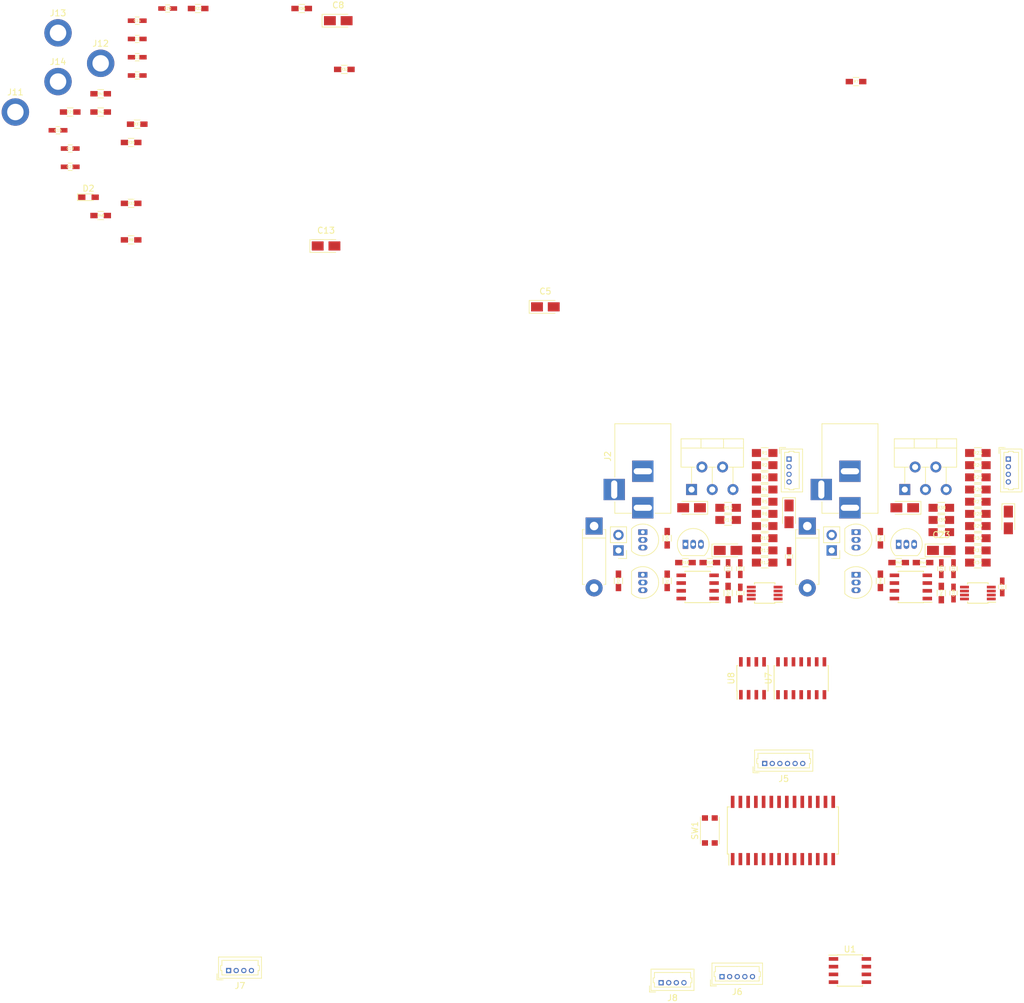
<source format=kicad_pcb>
(kicad_pcb (version 4) (host pcbnew 4.0.7-e2-6376~58~ubuntu16.04.1)
  (layers (0 F.Cu signal) (31 B.Cu signal) (34 B.Paste user) (35 F.Paste user) (36 B.SilkS user) (37 F.SilkS user) (38 B.Mask user) (39 F.Mask user) (44 Edge.Cuts user))
  (net 0 "")
  (net 1 +3V3)
  (net 2 GND)
  (net 3 +12V)
  (net 4 "Net-(C5-Pad1)")
  (net 5 "Net-(C7-Pad2)")
  (net 6 "Net-(C8-Pad1)")
  (net 7 "Net-(C10-Pad1)")
  (net 8 "Net-(C11-Pad1)")
  (net 9 "Net-(C12-Pad1)")
  (net 10 "Net-(C13-Pad1)")
  (net 11 +5V)
  (net 12 "Net-(C18-Pad2)")
  (net 13 /BTN_Rot1)
  (net 14 /BTN_Rot2)
  (net 15 "Net-(C23-Pad1)")
  (net 16 "Net-(C24-Pad1)")
  (net 17 "Net-(C25-Pad1)")
  (net 18 "Net-(D2-Pad2)")
  (net 19 /5V_Clip)
  (net 20 /SPI_CS_LCD)
  (net 21 /SPI_SDI)
  (net 22 /SPI_SCK)
  (net 23 /SPI_SDO)
  (net 24 /BTN_Btn)
  (net 25 "Net-(J6-Pad3)")
  (net 26 "Net-(J6-Pad5)")
  (net 27 "Net-(J8-Pad1)")
  (net 28 "Net-(J8-Pad3)")
  (net 29 /3V_Clip)
  (net 30 "Net-(J11-Pad1)")
  (net 31 "Net-(J12-Pad1)")
  (net 32 "Net-(J13-Pad1)")
  (net 33 "Net-(J14-Pad1)")
  (net 34 "Net-(Q1-Pad2)")
  (net 35 "Net-(Q1-Pad3)")
  (net 36 "Net-(Q2-Pad2)")
  (net 37 "Net-(Q3-Pad2)")
  (net 38 "Net-(Q3-Pad3)")
  (net 39 "Net-(Q4-Pad2)")
  (net 40 "Net-(R7-Pad2)")
  (net 41 "Net-(R8-Pad1)")
  (net 42 "Net-(R15-Pad1)")
  (net 43 "Net-(R17-Pad2)")
  (net 44 "Net-(R20-Pad1)")
  (net 45 "Net-(R21-Pad1)")
  (net 46 /Vref_DAC)
  (net 47 /LED2)
  (net 48 /LED1)
  (net 49 "Net-(R43-Pad1)")
  (net 50 "Net-(R45-Pad1)")
  (net 51 "Net-(R48-Pad1)")
  (net 52 "Net-(U1-Pad2)")
  (net 53 "Net-(U2-Pad3)")
  (net 54 "Net-(U2-Pad6)")
  (net 55 "Net-(U2-Pad7)")
  (net 56 "Net-(U3-Pad1)")
  (net 57 /5V_ISense)
  (net 58 /5V_ISet)
  (net 59 "Net-(U7-Pad2)")
  (net 60 /SPI_CS_DAC)
  (net 61 "Net-(U7-Pad6)")
  (net 62 "Net-(U7-Pad7)")
  (net 63 /3V_ISet)
  (net 64 "Net-(U8-Pad2)")
  (net 65 "Net-(U9-Pad3)")
  (net 66 "Net-(U9-Pad6)")
  (net 67 "Net-(U9-Pad7)")
  (net 68 "Net-(U10-Pad1)")
  (net 69 /3V_ISense)
  (net 70 /PGM_PGEC)
  (net 71 /PGM_PGED)
  (net 72 /SER_RX)
  (net 73 /SER_TX)
  (net 74 /I2C_SCL)
  (net 75 /I2C_SDA)
  (module Capacitors_SMD:C_0603_HandSoldering (layer F.Cu) (at 51 33)
    (fp_text reference C1 (at 0 0) (layer F.SilkS) (effects (font (size 0.4 0.4) (thickness 0.075))))
    (fp_text value 10n hide)
    (pad 1 smd rect (at -0.95 0) (size 1.2 0.75) (layers F.Cu F.Paste F.Mask) (net 1 +3V3))
    (pad 2 smd rect (at 0.95 0) (size 1.2 0.75) (layers F.Cu F.Paste F.Mask) (net 2 GND))
  )
  (module Capacitors_SMD:C_0603_HandSoldering (layer F.Cu) (at 51 30)
    (fp_text reference C2 (at 0 0) (layer F.SilkS) (effects (font (size 0.4 0.4) (thickness 0.075))))
    (fp_text value 1µ hide)
    (pad 1 smd rect (at -0.95 0) (size 1.2 0.75) (layers F.Cu F.Paste F.Mask) (net 1 +3V3))
    (pad 2 smd rect (at 0.95 0) (size 1.2 0.75) (layers F.Cu F.Paste F.Mask) (net 2 GND))
  )
  (module Capacitors_SMD:C_0603_HandSoldering (layer F.Cu) (at 51 27)
    (fp_text reference C3 (at 0 0) (layer F.SilkS) (effects (font (size 0.4 0.4) (thickness 0.075))))
    (fp_text value 10n hide)
    (pad 1 smd rect (at -0.95 0) (size 1.2 0.75) (layers F.Cu F.Paste F.Mask) (net 1 +3V3))
    (pad 2 smd rect (at 0.95 0) (size 1.2 0.75) (layers F.Cu F.Paste F.Mask) (net 2 GND))
  )
  (module Capacitors_Tantalum_SMD:CP_Tantalum_Case-A_EIA-3216-18_Reflow (layer F.Cu) (at 158 105 270)
    (fp_text reference C4 hide)
    (fp_text value 10µ hide)
    (pad 1 smd rect (at -1.375 0 270) (size 1.95 1.5) (layers F.Cu F.Paste F.Mask) (net 3 +12V))
    (pad 2 smd rect (at 1.375 0 270) (size 1.95 1.5) (layers F.Cu F.Paste F.Mask) (net 2 GND))
  )
  (module Capacitors_Tantalum_SMD:CP_Tantalum_Case-A_EIA-3216-18_Reflow (layer F.Cu) (at 118 71)
    (fp_text reference C5 (at 0 -2.55) (layer F.SilkS))
    (fp_text value 2.2µ)
    (pad 1 smd rect (at -1.375 0) (size 1.95 1.5) (layers F.Cu F.Paste F.Mask) (net 4 "Net-(C5-Pad1)"))
    (pad 2 smd rect (at 1.375 0) (size 1.95 1.5) (layers F.Cu F.Paste F.Mask) (net 2 GND))
  )
  (module Capacitors_SMD:C_0603_HandSoldering (layer F.Cu) (at 158 112 270)
    (fp_text reference C6 (at 0 0 270) (layer F.SilkS) (effects (font (size 0.4 0.4) (thickness 0.075))))
    (fp_text value 10n hide)
    (pad 1 smd rect (at -0.95 0 270) (size 1.2 0.75) (layers F.Cu F.Paste F.Mask) (net 2 GND))
    (pad 2 smd rect (at 0.95 0 270) (size 1.2 0.75) (layers F.Cu F.Paste F.Mask) (net 3 +12V))
  )
  (module Capacitors_SMD:C_0603_HandSoldering (layer F.Cu) (at 150 118 270)
    (fp_text reference C7 (at 0 0 270) (layer F.SilkS) (effects (font (size 0.4 0.4) (thickness 0.075))))
    (fp_text value 10n hide)
    (pad 1 smd rect (at -0.95 0 270) (size 1.2 0.75) (layers F.Cu F.Paste F.Mask) (net 2 GND))
    (pad 2 smd rect (at 0.95 0 270) (size 1.2 0.75) (layers F.Cu F.Paste F.Mask) (net 5 "Net-(C7-Pad2)"))
  )
  (module Capacitors_Tantalum_SMD:CP_Tantalum_Case-A_EIA-3216-18_Reflow (layer F.Cu) (at 84 24)
    (fp_text reference C8 (at 0 -2.55) (layer F.SilkS))
    (fp_text value 10µ)
    (pad 1 smd rect (at -1.375 0) (size 1.95 1.5) (layers F.Cu F.Paste F.Mask) (net 6 "Net-(C8-Pad1)"))
    (pad 2 smd rect (at 1.375 0) (size 1.95 1.5) (layers F.Cu F.Paste F.Mask) (net 2 GND))
  )
  (module Capacitors_SMD:C_0603_HandSoldering (layer F.Cu) (at 150 114 270)
    (fp_text reference C9 (at 0 0 270) (layer F.SilkS) (effects (font (size 0.4 0.4) (thickness 0.075))))
    (fp_text value 100n hide)
    (pad 1 smd rect (at -0.95 0 270) (size 1.2 0.75) (layers F.Cu F.Paste F.Mask) (net 2 GND))
    (pad 2 smd rect (at 0.95 0 270) (size 1.2 0.75) (layers F.Cu F.Paste F.Mask) (net 3 +12V))
  )
  (module Capacitors_Tantalum_SMD:CP_Tantalum_Case-A_EIA-3216-18_Reflow (layer F.Cu) (at 148 111)
    (fp_text reference C10 hide)
    (fp_text value 10µ)
    (pad 1 smd rect (at -1.375 0) (size 1.95 1.5) (layers F.Cu F.Paste F.Mask) (net 7 "Net-(C10-Pad1)"))
    (pad 2 smd rect (at 1.375 0) (size 1.95 1.5) (layers F.Cu F.Paste F.Mask) (net 2 GND))
  )
  (module Capacitors_Tantalum_SMD:CP_Tantalum_Case-A_EIA-3216-18_Reflow (layer F.Cu) (at 142 104 180)
    (fp_text reference C11 hide)
    (fp_text value 10µ hide)
    (pad 1 smd rect (at -1.375 0 180) (size 1.95 1.5) (layers F.Cu F.Paste F.Mask) (net 8 "Net-(C11-Pad1)"))
    (pad 2 smd rect (at 1.375 0 180) (size 1.95 1.5) (layers F.Cu F.Paste F.Mask) (net 2 GND))
  )
  (module Capacitors_SMD:C_0603_HandSoldering (layer F.Cu) (at 148 114 90)
    (fp_text reference C12 (at 0 0 90) (layer F.SilkS) (effects (font (size 0.4 0.4) (thickness 0.075))))
    (fp_text value 100n hide)
    (pad 1 smd rect (at -0.95 0 90) (size 1.2 0.75) (layers F.Cu F.Paste F.Mask) (net 9 "Net-(C12-Pad1)"))
    (pad 2 smd rect (at 0.95 0 90) (size 1.2 0.75) (layers F.Cu F.Paste F.Mask) (net 2 GND))
  )
  (module Capacitors_Tantalum_SMD:CP_Tantalum_Case-A_EIA-3216-18_Reflow (layer F.Cu) (at 82 61)
    (fp_text reference C13 (at 0 -2.55) (layer F.SilkS))
    (fp_text value 2.2µ)
    (pad 1 smd rect (at -1.375 0) (size 1.95 1.5) (layers F.Cu F.Paste F.Mask) (net 10 "Net-(C13-Pad1)"))
    (pad 2 smd rect (at 1.375 0) (size 1.95 1.5) (layers F.Cu F.Paste F.Mask) (net 2 GND))
  )
  (module Capacitors_SMD:C_0603_HandSoldering (layer F.Cu) (at 51 24)
    (fp_text reference C14 (at 0 0) (layer F.SilkS) (effects (font (size 0.4 0.4) (thickness 0.075))))
    (fp_text value 1µ hide)
    (pad 1 smd rect (at -0.95 0) (size 1.2 0.75) (layers F.Cu F.Paste F.Mask) (net 1 +3V3))
    (pad 2 smd rect (at 0.95 0) (size 1.2 0.75) (layers F.Cu F.Paste F.Mask) (net 2 GND))
  )
  (module Capacitors_SMD:C_0603_HandSoldering (layer F.Cu) (at 38 42)
    (fp_text reference C15 (at 0 0) (layer F.SilkS) (effects (font (size 0.4 0.4) (thickness 0.075))))
    (fp_text value 10n hide)
    (pad 1 smd rect (at -0.95 0) (size 1.2 0.75) (layers F.Cu F.Paste F.Mask) (net 1 +3V3))
    (pad 2 smd rect (at 0.95 0) (size 1.2 0.75) (layers F.Cu F.Paste F.Mask) (net 2 GND))
  )
  (module Capacitors_Tantalum_SMD:CP_Tantalum_Case-A_EIA-3216-18_Reflow (layer F.Cu) (at 194 106 270)
    (fp_text reference C16 hide)
    (fp_text value 10µ hide)
    (pad 1 smd rect (at -1.375 0 270) (size 1.95 1.5) (layers F.Cu F.Paste F.Mask) (net 11 +5V))
    (pad 2 smd rect (at 1.375 0 270) (size 1.95 1.5) (layers F.Cu F.Paste F.Mask) (net 2 GND))
  )
  (module Capacitors_SMD:C_0603_HandSoldering (layer F.Cu) (at 193 117 270)
    (fp_text reference C17 (at 0 0 270) (layer F.SilkS) (effects (font (size 0.4 0.4) (thickness 0.075))))
    (fp_text value 10n hide)
    (pad 1 smd rect (at -0.95 0 270) (size 1.2 0.75) (layers F.Cu F.Paste F.Mask) (net 2 GND))
    (pad 2 smd rect (at 0.95 0 270) (size 1.2 0.75) (layers F.Cu F.Paste F.Mask) (net 11 +5V))
  )
  (module Capacitors_SMD:C_0603_HandSoldering (layer F.Cu) (at 185 118 270)
    (fp_text reference C18 (at 0 0 270) (layer F.SilkS) (effects (font (size 0.4 0.4) (thickness 0.075))))
    (fp_text value 10n hide)
    (pad 1 smd rect (at -0.95 0 270) (size 1.2 0.75) (layers F.Cu F.Paste F.Mask) (net 2 GND))
    (pad 2 smd rect (at 0.95 0 270) (size 1.2 0.75) (layers F.Cu F.Paste F.Mask) (net 12 "Net-(C18-Pad2)"))
  )
  (module Capacitors_SMD:C_0603_HandSoldering (layer F.Cu) (at 40 45)
    (fp_text reference C19 (at 0 0) (layer F.SilkS) (effects (font (size 0.4 0.4) (thickness 0.075))))
    (fp_text value 10n hide)
    (pad 1 smd rect (at -0.95 0) (size 1.2 0.75) (layers F.Cu F.Paste F.Mask) (net 1 +3V3))
    (pad 2 smd rect (at 0.95 0) (size 1.2 0.75) (layers F.Cu F.Paste F.Mask) (net 2 GND))
  )
  (module Capacitors_SMD:C_0603_HandSoldering (layer F.Cu) (at 56 22)
    (fp_text reference C20 (at 0 0) (layer F.SilkS) (effects (font (size 0.4 0.4) (thickness 0.075))))
    (fp_text value 10n hide)
    (pad 1 smd rect (at -0.95 0) (size 1.2 0.75) (layers F.Cu F.Paste F.Mask) (net 13 /BTN_Rot1))
    (pad 2 smd rect (at 0.95 0) (size 1.2 0.75) (layers F.Cu F.Paste F.Mask) (net 2 GND))
  )
  (module Capacitors_SMD:C_0603_HandSoldering (layer F.Cu) (at 40 48)
    (fp_text reference C21 (at 0 0) (layer F.SilkS) (effects (font (size 0.4 0.4) (thickness 0.075))))
    (fp_text value 10n hide)
    (pad 1 smd rect (at -0.95 0) (size 1.2 0.75) (layers F.Cu F.Paste F.Mask) (net 14 /BTN_Rot2))
    (pad 2 smd rect (at 0.95 0) (size 1.2 0.75) (layers F.Cu F.Paste F.Mask) (net 2 GND))
  )
  (module Capacitors_SMD:C_0603_HandSoldering (layer F.Cu) (at 185 114 270)
    (fp_text reference C22 (at 0 0 270) (layer F.SilkS) (effects (font (size 0.4 0.4) (thickness 0.075))))
    (fp_text value 100n hide)
    (pad 1 smd rect (at -0.95 0 270) (size 1.2 0.75) (layers F.Cu F.Paste F.Mask) (net 2 GND))
    (pad 2 smd rect (at 0.95 0 270) (size 1.2 0.75) (layers F.Cu F.Paste F.Mask) (net 11 +5V))
  )
  (module Capacitors_Tantalum_SMD:CP_Tantalum_Case-A_EIA-3216-18_Reflow (layer F.Cu) (at 183 111)
    (fp_text reference C23 (at 0 -2.55) (layer F.SilkS))
    (fp_text value 10µ)
    (pad 1 smd rect (at -1.375 0) (size 1.95 1.5) (layers F.Cu F.Paste F.Mask) (net 15 "Net-(C23-Pad1)"))
    (pad 2 smd rect (at 1.375 0) (size 1.95 1.5) (layers F.Cu F.Paste F.Mask) (net 2 GND))
  )
  (module Capacitors_Tantalum_SMD:CP_Tantalum_Case-A_EIA-3216-18_Reflow (layer F.Cu) (at 177 104 180)
    (fp_text reference C24 hide)
    (fp_text value 10µ hide)
    (pad 1 smd rect (at -1.375 0 180) (size 1.95 1.5) (layers F.Cu F.Paste F.Mask) (net 16 "Net-(C24-Pad1)"))
    (pad 2 smd rect (at 1.375 0 180) (size 1.95 1.5) (layers F.Cu F.Paste F.Mask) (net 2 GND))
  )
  (module Capacitors_SMD:C_0603_HandSoldering (layer F.Cu) (at 183 114 90)
    (fp_text reference C25 (at 0 0 90) (layer F.SilkS) (effects (font (size 0.4 0.4) (thickness 0.075))))
    (fp_text value 100n hide)
    (pad 1 smd rect (at -0.95 0 90) (size 1.2 0.75) (layers F.Cu F.Paste F.Mask) (net 17 "Net-(C25-Pad1)"))
    (pad 2 smd rect (at 0.95 0 90) (size 1.2 0.75) (layers F.Cu F.Paste F.Mask) (net 2 GND))
  )
  (module Diodes_THT:D_5W_P10.16mm_Horizontal (layer F.Cu) (at 126 107 270)
    (fp_text reference D1 hide)
    (fp_text value D_Zener hide)
    (pad 1 thru_hole rect (at 0 0 270) (size 2.8 2.8) (drill 1.4) (layers *.Cu *.Mask) (net 8 "Net-(C11-Pad1)"))
    (pad 2 thru_hole oval (at 10.16 0 270) (size 2.8 2.8) (drill 1.4) (layers *.Cu *.Mask) (net 2 GND))
  )
  (module LEDs:LED_0603_HandSoldering (layer F.Cu) (at 43 53)
    (fp_text reference D2 (at 0 -1.45) (layer F.SilkS))
    (fp_text value LED)
    (pad 1 smd rect (at -1.1 0) (size 1.2 0.9) (layers F.Cu F.Paste F.Mask) (net 2 GND))
    (pad 2 smd rect (at 1.1 0) (size 1.2 0.9) (layers F.Cu F.Paste F.Mask) (net 18 "Net-(D2-Pad2)"))
  )
  (module Diodes_THT:D_5W_P10.16mm_Horizontal (layer F.Cu) (at 161 107 270)
    (fp_text reference D3 hide)
    (fp_text value D_Zener hide)
    (pad 1 thru_hole rect (at 0 0 270) (size 2.8 2.8) (drill 1.4) (layers *.Cu *.Mask) (net 16 "Net-(C24-Pad1)"))
    (pad 2 thru_hole oval (at 10.16 0 270) (size 2.8 2.8) (drill 1.4) (layers *.Cu *.Mask) (net 2 GND))
  )
  (module Connectors:BARREL_JACK (layer F.Cu) (at 134 104 270)
    (fp_text reference J2 (at -8.45 5.75 450) (layer F.SilkS))
    (fp_text value 5V_Out)
    (pad 1 thru_hole rect (at 0 0 270) (size 3.5 3.5) (drill oval 1 3) (layers *.Cu *.Mask) (net 8 "Net-(C11-Pad1)"))
    (pad 2 thru_hole rect (at -6 0 270) (size 3.5 3.5) (drill oval 1 3) (layers *.Cu *.Mask) (net 2 GND))
    (pad 3 thru_hole rect (at -3 4.7 270) (size 3.5 3.5) (drill oval 3 1) (layers *.Cu *.Mask) (net 2 GND))
  )
  (module Pin_Headers:Pin_Header_Straight_1x02_Pitch2.54mm (layer F.Cu) (at 130 111 180)
    (fp_text reference J3 hide)
    (fp_text value 5V_CLED hide)
    (pad 1 thru_hole rect (at 0 0 180) (size 1.7 1.7) (drill 1) (layers *.Cu *.Mask) (net 19 /5V_Clip))
    (pad 2 thru_hole oval (at 0 2.54 180) (size 1.7 1.7) (drill 1) (layers *.Cu *.Mask) (net 2 GND))
  )
  (module Connectors_Molex:Molex_PicoBlade_53047-0610_06x1.25mm_Straight (layer F.Cu) (at 154 146)
    (fp_text reference J5 (at 3.125 2.5) (layer F.SilkS))
    (fp_text value LCD)
    (pad 1 thru_hole rect (at 0 0) (size 0.85 0.85) (drill 0.5) (layers *.Cu *.Mask) (net 20 /SPI_CS_LCD))
    (pad 2 thru_hole circle (at 1.25 0) (size 0.85 0.85) (drill 0.5) (layers *.Cu *.Mask) (net 21 /SPI_SDI))
    (pad 3 thru_hole circle (at 2.5 0) (size 0.85 0.85) (drill 0.5) (layers *.Cu *.Mask) (net 22 /SPI_SCK))
    (pad 4 thru_hole circle (at 3.75 0) (size 0.85 0.85) (drill 0.5) (layers *.Cu *.Mask) (net 23 /SPI_SDO))
    (pad 5 thru_hole circle (at 5 0) (size 0.85 0.85) (drill 0.5) (layers *.Cu *.Mask) (net 2 GND))
    (pad 6 thru_hole circle (at 6.25 0) (size 0.85 0.85) (drill 0.5) (layers *.Cu *.Mask) (net 11 +5V))
  )
  (module Connectors_Molex:Molex_PicoBlade_53047-0510_05x1.25mm_Straight (layer F.Cu) (at 147 181)
    (fp_text reference J6 (at 2.5 2.5) (layer F.SilkS))
    (fp_text value BTN)
    (pad 1 thru_hole rect (at 0 0) (size 0.85 0.85) (drill 0.5) (layers *.Cu *.Mask) (net 24 /BTN_Btn))
    (pad 2 thru_hole circle (at 1.25 0) (size 0.85 0.85) (drill 0.5) (layers *.Cu *.Mask) (net 2 GND))
    (pad 3 thru_hole circle (at 2.5 0) (size 0.85 0.85) (drill 0.5) (layers *.Cu *.Mask) (net 25 "Net-(J6-Pad3)"))
    (pad 4 thru_hole circle (at 3.75 0) (size 0.85 0.85) (drill 0.5) (layers *.Cu *.Mask) (net 2 GND))
    (pad 5 thru_hole circle (at 5 0) (size 0.85 0.85) (drill 0.5) (layers *.Cu *.Mask) (net 26 "Net-(J6-Pad5)"))
  )
  (module Connectors_Molex:Molex_PicoBlade_53047-0410_04x1.25mm_Straight (layer F.Cu) (at 66 180)
    (fp_text reference J7 (at 1.875 2.5) (layer F.SilkS))
    (fp_text value DV_IN)
    (pad 1 thru_hole rect (at 0 0) (size 0.85 0.85) (drill 0.5) (layers *.Cu *.Mask) (net 1 +3V3))
    (pad 2 thru_hole circle (at 1.25 0) (size 0.85 0.85) (drill 0.5) (layers *.Cu *.Mask) (net 1 +3V3))
    (pad 3 thru_hole circle (at 2.5 0) (size 0.85 0.85) (drill 0.5) (layers *.Cu *.Mask) (net 2 GND))
    (pad 4 thru_hole circle (at 3.75 0) (size 0.85 0.85) (drill 0.5) (layers *.Cu *.Mask) (net 2 GND))
  )
  (module Connectors_Molex:Molex_PicoBlade_53047-0410_04x1.25mm_Straight (layer F.Cu) (at 137 182)
    (fp_text reference J8 (at 1.875 2.5) (layer F.SilkS))
    (fp_text value LEDs)
    (pad 1 thru_hole rect (at 0 0) (size 0.85 0.85) (drill 0.5) (layers *.Cu *.Mask) (net 27 "Net-(J8-Pad1)"))
    (pad 2 thru_hole circle (at 1.25 0) (size 0.85 0.85) (drill 0.5) (layers *.Cu *.Mask) (net 2 GND))
    (pad 3 thru_hole circle (at 2.5 0) (size 0.85 0.85) (drill 0.5) (layers *.Cu *.Mask) (net 28 "Net-(J8-Pad3)"))
    (pad 4 thru_hole circle (at 3.75 0) (size 0.85 0.85) (drill 0.5) (layers *.Cu *.Mask) (net 2 GND))
  )
  (module Connectors:BARREL_JACK (layer F.Cu) (at 168 104 270)
    (fp_text reference J9 hide)
    (fp_text value 5V_Out)
    (pad 1 thru_hole rect (at 0 0 270) (size 3.5 3.5) (drill oval 1 3) (layers *.Cu *.Mask) (net 16 "Net-(C24-Pad1)"))
    (pad 2 thru_hole rect (at -6 0 270) (size 3.5 3.5) (drill oval 1 3) (layers *.Cu *.Mask) (net 2 GND))
    (pad 3 thru_hole rect (at -3 4.7 270) (size 3.5 3.5) (drill oval 3 1) (layers *.Cu *.Mask) (net 2 GND))
  )
  (module Pin_Headers:Pin_Header_Straight_1x02_Pitch2.54mm (layer F.Cu) (at 165 111 180)
    (fp_text reference J10 hide)
    (fp_text value 3V_CLED hide)
    (pad 1 thru_hole rect (at 0 0 180) (size 1.7 1.7) (drill 1) (layers *.Cu *.Mask) (net 29 /3V_Clip))
    (pad 2 thru_hole oval (at 0 2.54 180) (size 1.7 1.7) (drill 1) (layers *.Cu *.Mask) (net 2 GND))
  )
  (module Mounting_Holes:MountingHole_2.7mm_M2.5_ISO14580_Pad (layer F.Cu) (at 31 39)
    (fp_text reference J11 (at 0 -3.25) (layer F.SilkS))
    (fp_text value MH1)
    (pad 1 thru_hole circle (at 0 0) (size 4.5 4.5) (drill 2.7) (layers *.Cu *.Mask) (net 30 "Net-(J11-Pad1)"))
  )
  (module Mounting_Holes:MountingHole_2.7mm_M2.5_ISO14580_Pad (layer F.Cu) (at 45 31)
    (fp_text reference J12 (at 0 -3.25) (layer F.SilkS))
    (fp_text value MH2)
    (pad 1 thru_hole circle (at 0 0) (size 4.5 4.5) (drill 2.7) (layers *.Cu *.Mask) (net 31 "Net-(J12-Pad1)"))
  )
  (module Mounting_Holes:MountingHole_2.7mm_M2.5_ISO14580_Pad (layer F.Cu) (at 38 26)
    (fp_text reference J13 (at 0 -3.25) (layer F.SilkS))
    (fp_text value MH3)
    (pad 1 thru_hole circle (at 0 0) (size 4.5 4.5) (drill 2.7) (layers *.Cu *.Mask) (net 32 "Net-(J13-Pad1)"))
  )
  (module Mounting_Holes:MountingHole_2.7mm_M2.5_ISO14580_Pad (layer F.Cu) (at 38 34)
    (fp_text reference J14 (at 0 -3.25) (layer F.SilkS))
    (fp_text value MH4)
    (pad 1 thru_hole circle (at 0 0) (size 4.5 4.5) (drill 2.7) (layers *.Cu *.Mask) (net 33 "Net-(J14-Pad1)"))
  )
  (module Resistors_SMD:R_0805_HandSoldering (layer F.Cu) (at 154 95)
    (fp_text reference R1 (at 0 0) (layer F.SilkS) (effects (font (size 0.5 0.5) (thickness 0.075))))
    (fp_text value 1 hide)
    (pad 1 smd rect (at -1.35 0) (size 1.5 1.3) (layers F.Cu F.Paste F.Mask) (net 5 "Net-(C7-Pad2)"))
    (pad 2 smd rect (at 1.35 0) (size 1.5 1.3) (layers F.Cu F.Paste F.Mask) (net 3 +12V))
  )
  (module Resistors_SMD:R_0805_HandSoldering (layer F.Cu) (at 154 97)
    (fp_text reference R2 (at 0 0) (layer F.SilkS) (effects (font (size 0.5 0.5) (thickness 0.075))))
    (fp_text value 1 hide)
    (pad 1 smd rect (at -1.35 0) (size 1.5 1.3) (layers F.Cu F.Paste F.Mask) (net 5 "Net-(C7-Pad2)"))
    (pad 2 smd rect (at 1.35 0) (size 1.5 1.3) (layers F.Cu F.Paste F.Mask) (net 3 +12V))
  )
  (module Resistors_SMD:R_0805_HandSoldering (layer F.Cu) (at 154 99)
    (fp_text reference R3 (at 0 0) (layer F.SilkS) (effects (font (size 0.5 0.5) (thickness 0.075))))
    (fp_text value 1 hide)
    (pad 1 smd rect (at -1.35 0) (size 1.5 1.3) (layers F.Cu F.Paste F.Mask) (net 5 "Net-(C7-Pad2)"))
    (pad 2 smd rect (at 1.35 0) (size 1.5 1.3) (layers F.Cu F.Paste F.Mask) (net 3 +12V))
  )
  (module Resistors_SMD:R_0805_HandSoldering (layer F.Cu) (at 154 101)
    (fp_text reference R4 (at 0 0) (layer F.SilkS) (effects (font (size 0.5 0.5) (thickness 0.075))))
    (fp_text value 1 hide)
    (pad 1 smd rect (at -1.35 0) (size 1.5 1.3) (layers F.Cu F.Paste F.Mask) (net 5 "Net-(C7-Pad2)"))
    (pad 2 smd rect (at 1.35 0) (size 1.5 1.3) (layers F.Cu F.Paste F.Mask) (net 3 +12V))
  )
  (module Resistors_SMD:R_0805_HandSoldering (layer F.Cu) (at 154 103)
    (fp_text reference R5 (at 0 0) (layer F.SilkS) (effects (font (size 0.5 0.5) (thickness 0.075))))
    (fp_text value 1 hide)
    (pad 1 smd rect (at -1.35 0) (size 1.5 1.3) (layers F.Cu F.Paste F.Mask) (net 5 "Net-(C7-Pad2)"))
    (pad 2 smd rect (at 1.35 0) (size 1.5 1.3) (layers F.Cu F.Paste F.Mask) (net 3 +12V))
  )
  (module Resistors_SMD:R_0805_HandSoldering (layer F.Cu) (at 154 105)
    (fp_text reference R6 (at 0 0) (layer F.SilkS) (effects (font (size 0.5 0.5) (thickness 0.075))))
    (fp_text value 1 hide)
    (pad 1 smd rect (at -1.35 0) (size 1.5 1.3) (layers F.Cu F.Paste F.Mask) (net 5 "Net-(C7-Pad2)"))
    (pad 2 smd rect (at 1.35 0) (size 1.5 1.3) (layers F.Cu F.Paste F.Mask) (net 3 +12V))
  )
  (module Resistors_SMD:R_0603_HandSoldering (layer F.Cu) (at 169 34)
    (fp_text reference R7 (at 0 0) (layer F.SilkS) (effects (font (size 0.4 0.4) (thickness 0.075))))
    (fp_text value 10k hide)
    (pad 1 smd rect (at -1.1 0) (size 1.2 0.9) (layers F.Cu F.Paste F.Mask) (net 1 +3V3))
    (pad 2 smd rect (at 1.1 0) (size 1.2 0.9) (layers F.Cu F.Paste F.Mask) (net 40 "Net-(R7-Pad2)"))
  )
  (module Resistors_SMD:R_0603_HandSoldering (layer F.Cu) (at 50 60)
    (fp_text reference R8 (at 0 0) (layer F.SilkS) (effects (font (size 0.4 0.4) (thickness 0.075))))
    (fp_text value 50 hide)
    (pad 1 smd rect (at -1.1 0) (size 1.2 0.9) (layers F.Cu F.Paste F.Mask) (net 41 "Net-(R8-Pad1)"))
    (pad 2 smd rect (at 1.1 0) (size 1.2 0.9) (layers F.Cu F.Paste F.Mask) (net 4 "Net-(C5-Pad1)"))
  )
  (module Resistors_SMD:R_0805_HandSoldering (layer F.Cu) (at 154 107)
    (fp_text reference R9 (at 0 0) (layer F.SilkS) (effects (font (size 0.5 0.5) (thickness 0.075))))
    (fp_text value 1 hide)
    (pad 1 smd rect (at -1.35 0) (size 1.5 1.3) (layers F.Cu F.Paste F.Mask) (net 5 "Net-(C7-Pad2)"))
    (pad 2 smd rect (at 1.35 0) (size 1.5 1.3) (layers F.Cu F.Paste F.Mask) (net 3 +12V))
  )
  (module Resistors_SMD:R_0805_HandSoldering (layer F.Cu) (at 154 109)
    (fp_text reference R10 (at 0 0) (layer F.SilkS) (effects (font (size 0.5 0.5) (thickness 0.075))))
    (fp_text value 1 hide)
    (pad 1 smd rect (at -1.35 0) (size 1.5 1.3) (layers F.Cu F.Paste F.Mask) (net 5 "Net-(C7-Pad2)"))
    (pad 2 smd rect (at 1.35 0) (size 1.5 1.3) (layers F.Cu F.Paste F.Mask) (net 3 +12V))
  )
  (module Resistors_SMD:R_0805_HandSoldering (layer F.Cu) (at 154 111)
    (fp_text reference R11 (at 0 0) (layer F.SilkS) (effects (font (size 0.5 0.5) (thickness 0.075))))
    (fp_text value 1 hide)
    (pad 1 smd rect (at -1.35 0) (size 1.5 1.3) (layers F.Cu F.Paste F.Mask) (net 5 "Net-(C7-Pad2)"))
    (pad 2 smd rect (at 1.35 0) (size 1.5 1.3) (layers F.Cu F.Paste F.Mask) (net 3 +12V))
  )
  (module Resistors_SMD:R_0805_HandSoldering (layer F.Cu) (at 154 113)
    (fp_text reference R12 (at 0 0) (layer F.SilkS) (effects (font (size 0.5 0.5) (thickness 0.075))))
    (fp_text value 1 hide)
    (pad 1 smd rect (at -1.35 0) (size 1.5 1.3) (layers F.Cu F.Paste F.Mask) (net 5 "Net-(C7-Pad2)"))
    (pad 2 smd rect (at 1.35 0) (size 1.5 1.3) (layers F.Cu F.Paste F.Mask) (net 3 +12V))
  )
  (module Resistors_SMD:R_0805_HandSoldering (layer F.Cu) (at 148 104)
    (fp_text reference R13 (at 0 0) (layer F.SilkS) (effects (font (size 0.5 0.5) (thickness 0.075))))
    (fp_text value 1M hide)
    (pad 1 smd rect (at -1.35 0) (size 1.5 1.3) (layers F.Cu F.Paste F.Mask) (net 7 "Net-(C10-Pad1)"))
    (pad 2 smd rect (at 1.35 0) (size 1.5 1.3) (layers F.Cu F.Paste F.Mask) (net 2 GND))
  )
  (module Resistors_SMD:R_0805_HandSoldering (layer F.Cu) (at 148 106)
    (fp_text reference R14 (at 0 0) (layer F.SilkS) (effects (font (size 0.5 0.5) (thickness 0.075))))
    (fp_text value 1M hide)
    (pad 1 smd rect (at -1.35 0) (size 1.5 1.3) (layers F.Cu F.Paste F.Mask) (net 7 "Net-(C10-Pad1)"))
    (pad 2 smd rect (at 1.35 0) (size 1.5 1.3) (layers F.Cu F.Paste F.Mask) (net 2 GND))
  )
  (module Resistors_SMD:R_0603_HandSoldering (layer F.Cu) (at 148 118 90)
    (fp_text reference R15 (at 0 0 90) (layer F.SilkS) (effects (font (size 0.4 0.4) (thickness 0.075))))
    (fp_text value 1k hide)
    (pad 1 smd rect (at -1.1 0 90) (size 1.2 0.9) (layers F.Cu F.Paste F.Mask) (net 42 "Net-(R15-Pad1)"))
    (pad 2 smd rect (at 1.1 0 90) (size 1.2 0.9) (layers F.Cu F.Paste F.Mask) (net 9 "Net-(C12-Pad1)"))
  )
  (module Resistors_SMD:R_0603_HandSoldering (layer F.Cu) (at 145 113)
    (fp_text reference R16 (at 0 0) (layer F.SilkS) (effects (font (size 0.4 0.4) (thickness 0.075))))
    (fp_text value 100 hide)
    (pad 1 smd rect (at -1.1 0) (size 1.2 0.9) (layers F.Cu F.Paste F.Mask) (net 35 "Net-(Q1-Pad3)"))
    (pad 2 smd rect (at 1.1 0) (size 1.2 0.9) (layers F.Cu F.Paste F.Mask) (net 7 "Net-(C10-Pad1)"))
  )
  (module Resistors_SMD:R_0603_HandSoldering (layer F.Cu) (at 138 116 90)
    (fp_text reference R17 (at 0 0 90) (layer F.SilkS) (effects (font (size 0.4 0.4) (thickness 0.075))))
    (fp_text value 1k hide)
    (pad 1 smd rect (at -1.1 0 90) (size 1.2 0.9) (layers F.Cu F.Paste F.Mask) (net 36 "Net-(Q2-Pad2)"))
    (pad 2 smd rect (at 1.1 0 90) (size 1.2 0.9) (layers F.Cu F.Paste F.Mask) (net 43 "Net-(R17-Pad2)"))
  )
  (module Resistors_SMD:R_0603_HandSoldering (layer F.Cu) (at 141 113 180)
    (fp_text reference R18 (at 0 0 180) (layer F.SilkS) (effects (font (size 0.4 0.4) (thickness 0.075))))
    (fp_text value 1k hide)
    (pad 1 smd rect (at -1.1 0 180) (size 1.2 0.9) (layers F.Cu F.Paste F.Mask) (net 43 "Net-(R17-Pad2)"))
    (pad 2 smd rect (at 1.1 0 180) (size 1.2 0.9) (layers F.Cu F.Paste F.Mask) (net 34 "Net-(Q1-Pad2)"))
  )
  (module Resistors_SMD:R_0603_HandSoldering (layer F.Cu) (at 130 116 90)
    (fp_text reference R19 (at 0 0 90) (layer F.SilkS) (effects (font (size 0.4 0.4) (thickness 0.075))))
    (fp_text value 1k hide)
    (pad 1 smd rect (at -1.1 0 90) (size 1.2 0.9) (layers F.Cu F.Paste F.Mask) (net 1 +3V3))
    (pad 2 smd rect (at 1.1 0 90) (size 1.2 0.9) (layers F.Cu F.Paste F.Mask) (net 19 /5V_Clip))
  )
  (module Resistors_SMD:R_0603_HandSoldering (layer F.Cu) (at 138 109 270)
    (fp_text reference R20 (at 0 0 270) (layer F.SilkS) (effects (font (size 0.4 0.4) (thickness 0.075))))
    (fp_text value 100 hide)
    (pad 1 smd rect (at -1.1 0 270) (size 1.2 0.9) (layers F.Cu F.Paste F.Mask) (net 44 "Net-(R20-Pad1)"))
    (pad 2 smd rect (at 1.1 0 270) (size 1.2 0.9) (layers F.Cu F.Paste F.Mask) (net 2 GND))
  )
  (module Resistors_SMD:R_0603_HandSoldering (layer F.Cu) (at 40 39)
    (fp_text reference R21 (at 0 0) (layer F.SilkS) (effects (font (size 0.4 0.4) (thickness 0.075))))
    (fp_text value 681 hide)
    (pad 1 smd rect (at -1.1 0) (size 1.2 0.9) (layers F.Cu F.Paste F.Mask) (net 45 "Net-(R21-Pad1)"))
    (pad 2 smd rect (at 1.1 0) (size 1.2 0.9) (layers F.Cu F.Paste F.Mask) (net 18 "Net-(D2-Pad2)"))
  )
  (module Resistors_SMD:R_0603_HandSoldering (layer F.Cu) (at 61 22)
    (fp_text reference R22 (at 0 0) (layer F.SilkS) (effects (font (size 0.4 0.4) (thickness 0.075))))
    (fp_text value 50 hide)
    (pad 1 smd rect (at -1.1 0) (size 1.2 0.9) (layers F.Cu F.Paste F.Mask) (net 46 /Vref_DAC))
    (pad 2 smd rect (at 1.1 0) (size 1.2 0.9) (layers F.Cu F.Paste F.Mask) (net 10 "Net-(C13-Pad1)"))
  )
  (module Resistors_SMD:R_0805_HandSoldering (layer F.Cu) (at 189 95)
    (fp_text reference R23 (at 0 0) (layer F.SilkS) (effects (font (size 0.5 0.5) (thickness 0.075))))
    (fp_text value 1 hide)
    (pad 1 smd rect (at -1.35 0) (size 1.5 1.3) (layers F.Cu F.Paste F.Mask) (net 12 "Net-(C18-Pad2)"))
    (pad 2 smd rect (at 1.35 0) (size 1.5 1.3) (layers F.Cu F.Paste F.Mask) (net 11 +5V))
  )
  (module Resistors_SMD:R_0805_HandSoldering (layer F.Cu) (at 189 97)
    (fp_text reference R24 (at 0 0) (layer F.SilkS) (effects (font (size 0.5 0.5) (thickness 0.075))))
    (fp_text value 1 hide)
    (pad 1 smd rect (at -1.35 0) (size 1.5 1.3) (layers F.Cu F.Paste F.Mask) (net 12 "Net-(C18-Pad2)"))
    (pad 2 smd rect (at 1.35 0) (size 1.5 1.3) (layers F.Cu F.Paste F.Mask) (net 11 +5V))
  )
  (module Resistors_SMD:R_0805_HandSoldering (layer F.Cu) (at 189 99)
    (fp_text reference R25 (at 0 0) (layer F.SilkS) (effects (font (size 0.5 0.5) (thickness 0.075))))
    (fp_text value 1 hide)
    (pad 1 smd rect (at -1.35 0) (size 1.5 1.3) (layers F.Cu F.Paste F.Mask) (net 12 "Net-(C18-Pad2)"))
    (pad 2 smd rect (at 1.35 0) (size 1.5 1.3) (layers F.Cu F.Paste F.Mask) (net 11 +5V))
  )
  (module Resistors_SMD:R_0805_HandSoldering (layer F.Cu) (at 189 101)
    (fp_text reference R26 (at 0 0) (layer F.SilkS) (effects (font (size 0.5 0.5) (thickness 0.075))))
    (fp_text value 1 hide)
    (pad 1 smd rect (at -1.35 0) (size 1.5 1.3) (layers F.Cu F.Paste F.Mask) (net 12 "Net-(C18-Pad2)"))
    (pad 2 smd rect (at 1.35 0) (size 1.5 1.3) (layers F.Cu F.Paste F.Mask) (net 11 +5V))
  )
  (module Resistors_SMD:R_0805_HandSoldering (layer F.Cu) (at 189 103)
    (fp_text reference R27 (at 0 0) (layer F.SilkS) (effects (font (size 0.5 0.5) (thickness 0.075))))
    (fp_text value 1 hide)
    (pad 1 smd rect (at -1.35 0) (size 1.5 1.3) (layers F.Cu F.Paste F.Mask) (net 12 "Net-(C18-Pad2)"))
    (pad 2 smd rect (at 1.35 0) (size 1.5 1.3) (layers F.Cu F.Paste F.Mask) (net 11 +5V))
  )
  (module Resistors_SMD:R_0805_HandSoldering (layer F.Cu) (at 189 105)
    (fp_text reference R28 (at 0 0) (layer F.SilkS) (effects (font (size 0.5 0.5) (thickness 0.075))))
    (fp_text value 1 hide)
    (pad 1 smd rect (at -1.35 0) (size 1.5 1.3) (layers F.Cu F.Paste F.Mask) (net 12 "Net-(C18-Pad2)"))
    (pad 2 smd rect (at 1.35 0) (size 1.5 1.3) (layers F.Cu F.Paste F.Mask) (net 11 +5V))
  )
  (module Resistors_SMD:R_0805_HandSoldering (layer F.Cu) (at 189 107)
    (fp_text reference R29 (at 0 0) (layer F.SilkS) (effects (font (size 0.5 0.5) (thickness 0.075))))
    (fp_text value 1 hide)
    (pad 1 smd rect (at -1.35 0) (size 1.5 1.3) (layers F.Cu F.Paste F.Mask) (net 12 "Net-(C18-Pad2)"))
    (pad 2 smd rect (at 1.35 0) (size 1.5 1.3) (layers F.Cu F.Paste F.Mask) (net 11 +5V))
  )
  (module Resistors_SMD:R_0805_HandSoldering (layer F.Cu) (at 189 109)
    (fp_text reference R30 (at 0 0) (layer F.SilkS) (effects (font (size 0.5 0.5) (thickness 0.075))))
    (fp_text value 1 hide)
    (pad 1 smd rect (at -1.35 0) (size 1.5 1.3) (layers F.Cu F.Paste F.Mask) (net 12 "Net-(C18-Pad2)"))
    (pad 2 smd rect (at 1.35 0) (size 1.5 1.3) (layers F.Cu F.Paste F.Mask) (net 11 +5V))
  )
  (module Resistors_SMD:R_0805_HandSoldering (layer F.Cu) (at 189 111)
    (fp_text reference R31 (at 0 0) (layer F.SilkS) (effects (font (size 0.5 0.5) (thickness 0.075))))
    (fp_text value 1 hide)
    (pad 1 smd rect (at -1.35 0) (size 1.5 1.3) (layers F.Cu F.Paste F.Mask) (net 12 "Net-(C18-Pad2)"))
    (pad 2 smd rect (at 1.35 0) (size 1.5 1.3) (layers F.Cu F.Paste F.Mask) (net 11 +5V))
  )
  (module Resistors_SMD:R_0603_HandSoldering (layer F.Cu) (at 85 32)
    (fp_text reference R32 (at 0 0) (layer F.SilkS) (effects (font (size 0.4 0.4) (thickness 0.075))))
    (fp_text value 10k hide)
    (pad 1 smd rect (at -1.1 0) (size 1.2 0.9) (layers F.Cu F.Paste F.Mask) (net 25 "Net-(J6-Pad3)"))
    (pad 2 smd rect (at 1.1 0) (size 1.2 0.9) (layers F.Cu F.Paste F.Mask) (net 13 /BTN_Rot1))
  )
  (module Resistors_SMD:R_0603_HandSoldering (layer F.Cu) (at 50 54)
    (fp_text reference R33 (at 0 0) (layer F.SilkS) (effects (font (size 0.4 0.4) (thickness 0.075))))
    (fp_text value 10k hide)
    (pad 1 smd rect (at -1.1 0) (size 1.2 0.9) (layers F.Cu F.Paste F.Mask) (net 26 "Net-(J6-Pad5)"))
    (pad 2 smd rect (at 1.1 0) (size 1.2 0.9) (layers F.Cu F.Paste F.Mask) (net 14 /BTN_Rot2))
  )
  (module Resistors_SMD:R_0603_HandSoldering (layer F.Cu) (at 50 44)
    (fp_text reference R35 (at 0 0) (layer F.SilkS) (effects (font (size 0.4 0.4) (thickness 0.075))))
    (fp_text value 10k hide)
    (pad 1 smd rect (at -1.1 0) (size 1.2 0.9) (layers F.Cu F.Paste F.Mask) (net 24 /BTN_Btn))
    (pad 2 smd rect (at 1.1 0) (size 1.2 0.9) (layers F.Cu F.Paste F.Mask) (net 1 +3V3))
  )
  (module Resistors_SMD:R_0603_HandSoldering (layer F.Cu) (at 78 22)
    (fp_text reference R36 (at 0 0) (layer F.SilkS) (effects (font (size 0.4 0.4) (thickness 0.075))))
    (fp_text value 10k hide)
    (pad 1 smd rect (at -1.1 0) (size 1.2 0.9) (layers F.Cu F.Paste F.Mask) (net 25 "Net-(J6-Pad3)"))
    (pad 2 smd rect (at 1.1 0) (size 1.2 0.9) (layers F.Cu F.Paste F.Mask) (net 1 +3V3))
  )
  (module Resistors_SMD:R_0603_HandSoldering (layer F.Cu) (at 51 41)
    (fp_text reference R37 (at 0 0) (layer F.SilkS) (effects (font (size 0.4 0.4) (thickness 0.075))))
    (fp_text value 10k hide)
    (pad 1 smd rect (at -1.1 0) (size 1.2 0.9) (layers F.Cu F.Paste F.Mask) (net 26 "Net-(J6-Pad5)"))
    (pad 2 smd rect (at 1.1 0) (size 1.2 0.9) (layers F.Cu F.Paste F.Mask) (net 1 +3V3))
  )
  (module Resistors_SMD:R_0805_HandSoldering (layer F.Cu) (at 183 104)
    (fp_text reference R38 (at 0 0) (layer F.SilkS) (effects (font (size 0.5 0.5) (thickness 0.075))))
    (fp_text value 1M hide)
    (pad 1 smd rect (at -1.35 0) (size 1.5 1.3) (layers F.Cu F.Paste F.Mask) (net 15 "Net-(C23-Pad1)"))
    (pad 2 smd rect (at 1.35 0) (size 1.5 1.3) (layers F.Cu F.Paste F.Mask) (net 2 GND))
  )
  (module Resistors_SMD:R_0805_HandSoldering (layer F.Cu) (at 183 106)
    (fp_text reference R39 (at 0 0) (layer F.SilkS) (effects (font (size 0.5 0.5) (thickness 0.075))))
    (fp_text value 1M hide)
    (pad 1 smd rect (at -1.35 0) (size 1.5 1.3) (layers F.Cu F.Paste F.Mask) (net 15 "Net-(C23-Pad1)"))
    (pad 2 smd rect (at 1.35 0) (size 1.5 1.3) (layers F.Cu F.Paste F.Mask) (net 2 GND))
  )
  (module Resistors_SMD:R_0805_HandSoldering (layer F.Cu) (at 183 108)
    (fp_text reference R40 (at 0 0) (layer F.SilkS) (effects (font (size 0.5 0.5) (thickness 0.075))))
    (fp_text value 1M hide)
    (pad 1 smd rect (at -1.35 0) (size 1.5 1.3) (layers F.Cu F.Paste F.Mask) (net 15 "Net-(C23-Pad1)"))
    (pad 2 smd rect (at 1.35 0) (size 1.5 1.3) (layers F.Cu F.Paste F.Mask) (net 2 GND))
  )
  (module Resistors_SMD:R_0603_HandSoldering (layer F.Cu) (at 45 36)
    (fp_text reference R41 (at 0 0) (layer F.SilkS) (effects (font (size 0.4 0.4) (thickness 0.075))))
    (fp_text value 681 hide)
    (pad 1 smd rect (at -1.1 0) (size 1.2 0.9) (layers F.Cu F.Paste F.Mask) (net 27 "Net-(J8-Pad1)"))
    (pad 2 smd rect (at 1.1 0) (size 1.2 0.9) (layers F.Cu F.Paste F.Mask) (net 47 /LED2))
  )
  (module Resistors_SMD:R_0603_HandSoldering (layer F.Cu) (at 45 39)
    (fp_text reference R42 (at 0 0) (layer F.SilkS) (effects (font (size 0.4 0.4) (thickness 0.075))))
    (fp_text value 681 hide)
    (pad 1 smd rect (at -1.1 0) (size 1.2 0.9) (layers F.Cu F.Paste F.Mask) (net 28 "Net-(J8-Pad3)"))
    (pad 2 smd rect (at 1.1 0) (size 1.2 0.9) (layers F.Cu F.Paste F.Mask) (net 48 /LED1))
  )
  (module Resistors_SMD:R_0603_HandSoldering (layer F.Cu) (at 183 118 90)
    (fp_text reference R43 (at 0 0 90) (layer F.SilkS) (effects (font (size 0.4 0.4) (thickness 0.075))))
    (fp_text value 1k hide)
    (pad 1 smd rect (at -1.1 0 90) (size 1.2 0.9) (layers F.Cu F.Paste F.Mask) (net 49 "Net-(R43-Pad1)"))
    (pad 2 smd rect (at 1.1 0 90) (size 1.2 0.9) (layers F.Cu F.Paste F.Mask) (net 17 "Net-(C25-Pad1)"))
  )
  (module Resistors_SMD:R_0603_HandSoldering (layer F.Cu) (at 180 113)
    (fp_text reference R44 (at 0 0) (layer F.SilkS) (effects (font (size 0.4 0.4) (thickness 0.075))))
    (fp_text value 100 hide)
    (pad 1 smd rect (at -1.1 0) (size 1.2 0.9) (layers F.Cu F.Paste F.Mask) (net 38 "Net-(Q3-Pad3)"))
    (pad 2 smd rect (at 1.1 0) (size 1.2 0.9) (layers F.Cu F.Paste F.Mask) (net 15 "Net-(C23-Pad1)"))
  )
  (module Resistors_SMD:R_0603_HandSoldering (layer F.Cu) (at 176 113)
    (fp_text reference R45 (at 0 0) (layer F.SilkS) (effects (font (size 0.4 0.4) (thickness 0.075))))
    (fp_text value 1k hide)
    (pad 1 smd rect (at -1.1 0) (size 1.2 0.9) (layers F.Cu F.Paste F.Mask) (net 50 "Net-(R45-Pad1)"))
    (pad 2 smd rect (at 1.1 0) (size 1.2 0.9) (layers F.Cu F.Paste F.Mask) (net 37 "Net-(Q3-Pad2)"))
  )
  (module Resistors_SMD:R_0603_HandSoldering (layer F.Cu) (at 173 116 90)
    (fp_text reference R46 (at 0 0 90) (layer F.SilkS) (effects (font (size 0.4 0.4) (thickness 0.075))))
    (fp_text value 1k hide)
    (pad 1 smd rect (at -1.1 0 90) (size 1.2 0.9) (layers F.Cu F.Paste F.Mask) (net 39 "Net-(Q4-Pad2)"))
    (pad 2 smd rect (at 1.1 0 90) (size 1.2 0.9) (layers F.Cu F.Paste F.Mask) (net 50 "Net-(R45-Pad1)"))
  )
  (module Resistors_SMD:R_0603_HandSoldering (layer F.Cu) (at 173 109 270)
    (fp_text reference R47 (at 0 0 270) (layer F.SilkS) (effects (font (size 0.4 0.4) (thickness 0.075))))
    (fp_text value 1k hide)
    (pad 1 smd rect (at -1.1 0 270) (size 1.2 0.9) (layers F.Cu F.Paste F.Mask) (net 1 +3V3))
    (pad 2 smd rect (at 1.1 0 270) (size 1.2 0.9) (layers F.Cu F.Paste F.Mask) (net 29 /3V_Clip))
  )
  (module Resistors_SMD:R_0603_HandSoldering (layer F.Cu) (at 45 56)
    (fp_text reference R48 (at 0 0) (layer F.SilkS) (effects (font (size 0.4 0.4) (thickness 0.075))))
    (fp_text value 100 hide)
    (pad 1 smd rect (at -1.1 0) (size 1.2 0.9) (layers F.Cu F.Paste F.Mask) (net 51 "Net-(R48-Pad1)"))
    (pad 2 smd rect (at 1.1 0) (size 1.2 0.9) (layers F.Cu F.Paste F.Mask) (net 2 GND))
  )
  (module Buttons_Switches_SMD:SW_SPST_KMR2 (layer F.Cu) (at 145 157 90)
    (fp_text reference SW1 (at 0 -2.45 90) (layer F.SilkS))
    (fp_text value SW_Push)
    (pad 1 smd rect (at -2.05 -0.8 90) (size 0.9 1) (layers F.Cu F.Paste F.Mask) (net 2 GND))
    (pad 2 smd rect (at -2.05 0.8 90) (size 0.9 1) (layers F.Cu F.Paste F.Mask) (net 40 "Net-(R7-Pad2)"))
    (pad 1 smd rect (at 2.05 -0.8 90) (size 0.9 1) (layers F.Cu F.Paste F.Mask) (net 2 GND))
    (pad 2 smd rect (at 2.05 0.8 90) (size 0.9 1) (layers F.Cu F.Paste F.Mask) (net 40 "Net-(R7-Pad2)"))
  )
  (module Housings_SOIC:SOIC-8_3.9x4.9mm_Pitch1.27mm (layer F.Cu) (at 168 180)
    (fp_text reference U1 (at 0 -3.5) (layer F.SilkS))
    (fp_text value MCP1501)
    (pad 1 smd rect (at -2.7 -1.905) (size 1.55 0.6) (layers F.Cu F.Paste F.Mask) (net 1 +3V3))
    (pad 2 smd rect (at -2.7 -0.635) (size 1.55 0.6) (layers F.Cu F.Paste F.Mask) (net 52 "Net-(U1-Pad2)"))
    (pad 3 smd rect (at -2.7 0.635) (size 1.55 0.6) (layers F.Cu F.Paste F.Mask) (net 1 +3V3))
    (pad 4 smd rect (at -2.7 1.905) (size 1.55 0.6) (layers F.Cu F.Paste F.Mask) (net 2 GND))
    (pad 5 smd rect (at 2.7 1.905) (size 1.55 0.6) (layers F.Cu F.Paste F.Mask) (net 2 GND))
    (pad 6 smd rect (at 2.7 0.635) (size 1.55 0.6) (layers F.Cu F.Paste F.Mask) (net 2 GND))
    (pad 7 smd rect (at 2.7 -0.635) (size 1.55 0.6) (layers F.Cu F.Paste F.Mask) (net 41 "Net-(R8-Pad1)"))
    (pad 8 smd rect (at 2.7 -1.905) (size 1.55 0.6) (layers F.Cu F.Paste F.Mask) (net 41 "Net-(R8-Pad1)"))
  )
  (module Housings_SSOP:MSOP-8_3x3mm_Pitch0.65mm (layer F.Cu) (at 154 118 180)
    (fp_text reference U2 hide)
    (fp_text value MAX4080F hide)
    (pad 1 smd rect (at -2.2 -0.975 180) (size 1.45 0.45) (layers F.Cu F.Paste F.Mask) (net 3 +12V))
    (pad 2 smd rect (at -2.2 -0.325 180) (size 1.45 0.45) (layers F.Cu F.Paste F.Mask) (net 3 +12V))
    (pad 3 smd rect (at -2.2 0.325 180) (size 1.45 0.45) (layers F.Cu F.Paste F.Mask) (net 53 "Net-(U2-Pad3)"))
    (pad 4 smd rect (at -2.2 0.975 180) (size 1.45 0.45) (layers F.Cu F.Paste F.Mask) (net 2 GND))
    (pad 5 smd rect (at 2.2 0.975 180) (size 1.45 0.45) (layers F.Cu F.Paste F.Mask) (net 42 "Net-(R15-Pad1)"))
    (pad 6 smd rect (at 2.2 0.325 180) (size 1.45 0.45) (layers F.Cu F.Paste F.Mask) (net 54 "Net-(U2-Pad6)"))
    (pad 7 smd rect (at 2.2 -0.325 180) (size 1.45 0.45) (layers F.Cu F.Paste F.Mask) (net 55 "Net-(U2-Pad7)"))
    (pad 8 smd rect (at 2.2 -0.975 180) (size 1.45 0.45) (layers F.Cu F.Paste F.Mask) (net 5 "Net-(C7-Pad2)"))
  )
  (module TO_SOT_Packages_THT:TO-220-5_Pentawatt_Multiwatt-5_Vertical_StaggeredType1 (layer F.Cu) (at 142 101)
    (fp_text reference U3 hide)
    (fp_text value LT3080 hide)
    (pad 1 thru_hole rect (at 0 0) (size 1.8 1.8) (drill 1) (layers *.Cu *.Mask) (net 56 "Net-(U3-Pad1)"))
    (pad 2 thru_hole oval (at 1.7 -3.7) (size 1.8 1.8) (drill 1) (layers *.Cu *.Mask) (net 7 "Net-(C10-Pad1)"))
    (pad 3 thru_hole oval (at 3.4 0) (size 1.8 1.8) (drill 1) (layers *.Cu *.Mask) (net 8 "Net-(C11-Pad1)"))
    (pad 4 thru_hole oval (at 5.1 -3.7) (size 1.8 1.8) (drill 1) (layers *.Cu *.Mask) (net 5 "Net-(C7-Pad2)"))
    (pad 5 thru_hole oval (at 6.8 0) (size 1.8 1.8) (drill 1) (layers *.Cu *.Mask) (net 5 "Net-(C7-Pad2)"))
  )
  (module TO_SOT_Packages_THT:TO-92_Inline_Narrow_Oval (layer F.Cu) (at 134 108 270)
    (fp_text reference U5 hide)
    (fp_text value LM334Z hide)
    (pad 2 thru_hole oval (at 1.27 0 90) (size 0.9 1.5) (drill 0.6) (layers *.Cu *.Mask) (net 44 "Net-(R20-Pad1)"))
    (pad 3 thru_hole oval (at 2.54 0 90) (size 0.9 1.5) (drill 0.6) (layers *.Cu *.Mask) (net 2 GND))
    (pad 1 thru_hole rect (at 0 0 90) (size 0.9 1.5) (drill 0.6) (layers *.Cu *.Mask) (net 8 "Net-(C11-Pad1)"))
  )
  (module Housings_SOIC:SOIC-8_3.9x4.9mm_Pitch1.27mm (layer F.Cu) (at 143 117 180)
    (fp_text reference U6 hide)
    (fp_text value TLC272 hide)
    (pad 1 smd rect (at -2.7 -1.905 180) (size 1.55 0.6) (layers F.Cu F.Paste F.Mask) (net 57 /5V_ISense))
    (pad 2 smd rect (at -2.7 -0.635 180) (size 1.55 0.6) (layers F.Cu F.Paste F.Mask) (net 57 /5V_ISense))
    (pad 3 smd rect (at -2.7 0.635 180) (size 1.55 0.6) (layers F.Cu F.Paste F.Mask) (net 9 "Net-(C12-Pad1)"))
    (pad 4 smd rect (at -2.7 1.905 180) (size 1.55 0.6) (layers F.Cu F.Paste F.Mask) (net 2 GND))
    (pad 5 smd rect (at 2.7 1.905 180) (size 1.55 0.6) (layers F.Cu F.Paste F.Mask) (net 58 /5V_ISet))
    (pad 6 smd rect (at 2.7 0.635 180) (size 1.55 0.6) (layers F.Cu F.Paste F.Mask) (net 57 /5V_ISense))
    (pad 7 smd rect (at 2.7 -0.635 180) (size 1.55 0.6) (layers F.Cu F.Paste F.Mask) (net 43 "Net-(R17-Pad2)"))
    (pad 8 smd rect (at 2.7 -1.905 180) (size 1.55 0.6) (layers F.Cu F.Paste F.Mask) (net 3 +12V))
  )
  (module Housings_SOIC:SOIC-14_3.9x8.7mm_Pitch1.27mm (layer F.Cu) (at 160 132 90)
    (fp_text reference U7 (at 0 -5.375 90) (layer F.SilkS))
    (fp_text value MCP4922)
    (pad 1 smd rect (at -2.7 -3.81 90) (size 1.5 0.6) (layers F.Cu F.Paste F.Mask) (net 1 +3V3))
    (pad 2 smd rect (at -2.7 -2.54 90) (size 1.5 0.6) (layers F.Cu F.Paste F.Mask) (net 59 "Net-(U7-Pad2)"))
    (pad 3 smd rect (at -2.7 -1.27 90) (size 1.5 0.6) (layers F.Cu F.Paste F.Mask) (net 60 /SPI_CS_DAC))
    (pad 4 smd rect (at -2.7 0 90) (size 1.5 0.6) (layers F.Cu F.Paste F.Mask) (net 22 /SPI_SCK))
    (pad 5 smd rect (at -2.7 1.27 90) (size 1.5 0.6) (layers F.Cu F.Paste F.Mask) (net 23 /SPI_SDO))
    (pad 6 smd rect (at -2.7 2.54 90) (size 1.5 0.6) (layers F.Cu F.Paste F.Mask) (net 61 "Net-(U7-Pad6)"))
    (pad 7 smd rect (at -2.7 3.81 90) (size 1.5 0.6) (layers F.Cu F.Paste F.Mask) (net 62 "Net-(U7-Pad7)"))
    (pad 8 smd rect (at 2.7 3.81 90) (size 1.5 0.6) (layers F.Cu F.Paste F.Mask) (net 2 GND))
    (pad 9 smd rect (at 2.7 2.54 90) (size 1.5 0.6) (layers F.Cu F.Paste F.Mask) (net 1 +3V3))
    (pad 10 smd rect (at 2.7 1.27 90) (size 1.5 0.6) (layers F.Cu F.Paste F.Mask) (net 63 /3V_ISet))
    (pad 11 smd rect (at 2.7 0 90) (size 1.5 0.6) (layers F.Cu F.Paste F.Mask) (net 46 /Vref_DAC))
    (pad 12 smd rect (at 2.7 -1.27 90) (size 1.5 0.6) (layers F.Cu F.Paste F.Mask) (net 2 GND))
    (pad 13 smd rect (at 2.7 -2.54 90) (size 1.5 0.6) (layers F.Cu F.Paste F.Mask) (net 46 /Vref_DAC))
    (pad 14 smd rect (at 2.7 -3.81 90) (size 1.5 0.6) (layers F.Cu F.Paste F.Mask) (net 58 /5V_ISet))
  )
  (module Housings_SOIC:SOIC-8_3.9x4.9mm_Pitch1.27mm (layer F.Cu) (at 152 132 90)
    (fp_text reference U8 (at 0 -3.5 90) (layer F.SilkS))
    (fp_text value MCP1501)
    (pad 1 smd rect (at -2.7 -1.905 90) (size 1.55 0.6) (layers F.Cu F.Paste F.Mask) (net 1 +3V3))
    (pad 2 smd rect (at -2.7 -0.635 90) (size 1.55 0.6) (layers F.Cu F.Paste F.Mask) (net 64 "Net-(U8-Pad2)"))
    (pad 3 smd rect (at -2.7 0.635 90) (size 1.55 0.6) (layers F.Cu F.Paste F.Mask) (net 1 +3V3))
    (pad 4 smd rect (at -2.7 1.905 90) (size 1.55 0.6) (layers F.Cu F.Paste F.Mask) (net 2 GND))
    (pad 5 smd rect (at 2.7 1.905 90) (size 1.55 0.6) (layers F.Cu F.Paste F.Mask) (net 2 GND))
    (pad 6 smd rect (at 2.7 0.635 90) (size 1.55 0.6) (layers F.Cu F.Paste F.Mask) (net 2 GND))
    (pad 7 smd rect (at 2.7 -0.635 90) (size 1.55 0.6) (layers F.Cu F.Paste F.Mask) (net 46 /Vref_DAC))
    (pad 8 smd rect (at 2.7 -1.905 90) (size 1.55 0.6) (layers F.Cu F.Paste F.Mask) (net 46 /Vref_DAC))
  )
  (module Housings_SSOP:MSOP-8_3x3mm_Pitch0.65mm (layer F.Cu) (at 189 118 180)
    (fp_text reference U9 hide)
    (fp_text value MAX4080F hide)
    (pad 1 smd rect (at -2.2 -0.975 180) (size 1.45 0.45) (layers F.Cu F.Paste F.Mask) (net 11 +5V))
    (pad 2 smd rect (at -2.2 -0.325 180) (size 1.45 0.45) (layers F.Cu F.Paste F.Mask) (net 11 +5V))
    (pad 3 smd rect (at -2.2 0.325 180) (size 1.45 0.45) (layers F.Cu F.Paste F.Mask) (net 65 "Net-(U9-Pad3)"))
    (pad 4 smd rect (at -2.2 0.975 180) (size 1.45 0.45) (layers F.Cu F.Paste F.Mask) (net 2 GND))
    (pad 5 smd rect (at 2.2 0.975 180) (size 1.45 0.45) (layers F.Cu F.Paste F.Mask) (net 49 "Net-(R43-Pad1)"))
    (pad 6 smd rect (at 2.2 0.325 180) (size 1.45 0.45) (layers F.Cu F.Paste F.Mask) (net 66 "Net-(U9-Pad6)"))
    (pad 7 smd rect (at 2.2 -0.325 180) (size 1.45 0.45) (layers F.Cu F.Paste F.Mask) (net 67 "Net-(U9-Pad7)"))
    (pad 8 smd rect (at 2.2 -0.975 180) (size 1.45 0.45) (layers F.Cu F.Paste F.Mask) (net 12 "Net-(C18-Pad2)"))
  )
  (module TO_SOT_Packages_THT:TO-220-5_Pentawatt_Multiwatt-5_Vertical_StaggeredType1 (layer F.Cu) (at 177 101)
    (fp_text reference U10 hide)
    (fp_text value LT3080 hide)
    (pad 1 thru_hole rect (at 0 0) (size 1.8 1.8) (drill 1) (layers *.Cu *.Mask) (net 68 "Net-(U10-Pad1)"))
    (pad 2 thru_hole oval (at 1.7 -3.7) (size 1.8 1.8) (drill 1) (layers *.Cu *.Mask) (net 15 "Net-(C23-Pad1)"))
    (pad 3 thru_hole oval (at 3.4 0) (size 1.8 1.8) (drill 1) (layers *.Cu *.Mask) (net 16 "Net-(C24-Pad1)"))
    (pad 4 thru_hole oval (at 5.1 -3.7) (size 1.8 1.8) (drill 1) (layers *.Cu *.Mask) (net 12 "Net-(C18-Pad2)"))
    (pad 5 thru_hole oval (at 6.8 0) (size 1.8 1.8) (drill 1) (layers *.Cu *.Mask) (net 12 "Net-(C18-Pad2)"))
  )
  (module TO_SOT_Packages_THT:TO-92_Inline_Narrow_Oval (layer F.Cu) (at 169 108 270)
    (fp_text reference U11 hide)
    (fp_text value LM334Z hide)
    (pad 2 thru_hole oval (at 1.27 0 90) (size 0.9 1.5) (drill 0.6) (layers *.Cu *.Mask) (net 51 "Net-(R48-Pad1)"))
    (pad 3 thru_hole oval (at 2.54 0 90) (size 0.9 1.5) (drill 0.6) (layers *.Cu *.Mask) (net 2 GND))
    (pad 1 thru_hole rect (at 0 0 90) (size 0.9 1.5) (drill 0.6) (layers *.Cu *.Mask) (net 16 "Net-(C24-Pad1)"))
  )
  (module Housings_SOIC:SOIC-8_3.9x4.9mm_Pitch1.27mm (layer F.Cu) (at 178 117 180)
    (fp_text reference U12 hide)
    (fp_text value TLC272 hide)
    (pad 1 smd rect (at -2.7 -1.905 180) (size 1.55 0.6) (layers F.Cu F.Paste F.Mask) (net 69 /3V_ISense))
    (pad 2 smd rect (at -2.7 -0.635 180) (size 1.55 0.6) (layers F.Cu F.Paste F.Mask) (net 69 /3V_ISense))
    (pad 3 smd rect (at -2.7 0.635 180) (size 1.55 0.6) (layers F.Cu F.Paste F.Mask) (net 17 "Net-(C25-Pad1)"))
    (pad 4 smd rect (at -2.7 1.905 180) (size 1.55 0.6) (layers F.Cu F.Paste F.Mask) (net 2 GND))
    (pad 5 smd rect (at 2.7 1.905 180) (size 1.55 0.6) (layers F.Cu F.Paste F.Mask) (net 63 /3V_ISet))
    (pad 6 smd rect (at 2.7 0.635 180) (size 1.55 0.6) (layers F.Cu F.Paste F.Mask) (net 69 /3V_ISense))
    (pad 7 smd rect (at 2.7 -0.635 180) (size 1.55 0.6) (layers F.Cu F.Paste F.Mask) (net 50 "Net-(R45-Pad1)"))
    (pad 8 smd rect (at 2.7 -1.905 180) (size 1.55 0.6) (layers F.Cu F.Paste F.Mask) (net 3 +12V))
  )
  (module Housings_SOIC:SOIC-28W_7.5x17.9mm_Pitch1.27mm (layer F.Cu) (at 157 157 90)
    (fp_text reference U4 hide)
    (fp_text value dsPIC33EPXXXGP502 hide)
    (pad 1 smd rect (at -4.7 -8.255 90) (size 2 0.6) (layers F.Cu F.Paste F.Mask) (net 40 "Net-(R7-Pad2)"))
    (pad 2 smd rect (at -4.7 -6.985 90) (size 2 0.6) (layers F.Cu F.Paste F.Mask) (net 57 /5V_ISense))
    (pad 3 smd rect (at -4.7 -5.715 90) (size 2 0.6) (layers F.Cu F.Paste F.Mask) (net 69 /3V_ISense))
    (pad 4 smd rect (at -4.7 -4.445 90) (size 2 0.6) (layers F.Cu F.Paste F.Mask) (net 19 /5V_Clip))
    (pad 5 smd rect (at -4.7 -3.175 90) (size 2 0.6) (layers F.Cu F.Paste F.Mask) (net 29 /3V_Clip))
    (pad 6 smd rect (at -4.7 -1.905 90) (size 2 0.6) (layers F.Cu F.Paste F.Mask) (net 70 /PGM_PGEC))
    (pad 7 smd rect (at -4.7 -0.635 90) (size 2 0.6) (layers F.Cu F.Paste F.Mask) (net 71 /PGM_PGED))
    (pad 8 smd rect (at -4.7 0.635 90) (size 2 0.6) (layers F.Cu F.Paste F.Mask) (net 2 GND))
    (pad 9 smd rect (at -4.7 1.905 90) (size 2 0.6) (layers F.Cu F.Paste F.Mask) (net 13 /BTN_Rot1))
    (pad 10 smd rect (at -4.7 3.175 90) (size 2 0.6) (layers F.Cu F.Paste F.Mask) (net 14 /BTN_Rot2))
    (pad 11 smd rect (at -4.7 4.445 90) (size 2 0.6) (layers F.Cu F.Paste F.Mask) (net 24 /BTN_Btn))
    (pad 12 smd rect (at -4.7 5.715 90) (size 2 0.6) (layers F.Cu F.Paste F.Mask) (net 48 /LED1))
    (pad 13 smd rect (at -4.7 6.985 90) (size 2 0.6) (layers F.Cu F.Paste F.Mask) (net 1 +3V3))
    (pad 14 smd rect (at -4.7 8.255 90) (size 2 0.6) (layers F.Cu F.Paste F.Mask) (net 47 /LED2))
    (pad 15 smd rect (at 4.7 8.255 90) (size 2 0.6) (layers F.Cu F.Paste F.Mask) (net 72 /SER_RX))
    (pad 16 smd rect (at 4.7 6.985 90) (size 2 0.6) (layers F.Cu F.Paste F.Mask) (net 73 /SER_TX))
    (pad 17 smd rect (at 4.7 5.715 90) (size 2 0.6) (layers F.Cu F.Paste F.Mask) (net 74 /I2C_SCL))
    (pad 18 smd rect (at 4.7 4.445 90) (size 2 0.6) (layers F.Cu F.Paste F.Mask) (net 75 /I2C_SDA))
    (pad 19 smd rect (at 4.7 3.175 90) (size 2 0.6) (layers F.Cu F.Paste F.Mask) (net 2 GND))
    (pad 20 smd rect (at 4.7 1.905 90) (size 2 0.6) (layers F.Cu F.Paste F.Mask) (net 6 "Net-(C8-Pad1)"))
    (pad 21 smd rect (at 4.7 0.635 90) (size 2 0.6) (layers F.Cu F.Paste F.Mask) (net 23 /SPI_SDO))
    (pad 22 smd rect (at 4.7 -0.635 90) (size 2 0.6) (layers F.Cu F.Paste F.Mask) (net 22 /SPI_SCK))
    (pad 23 smd rect (at 4.7 -1.905 90) (size 2 0.6) (layers F.Cu F.Paste F.Mask) (net 21 /SPI_SDI))
    (pad 24 smd rect (at 4.7 -3.175 90) (size 2 0.6) (layers F.Cu F.Paste F.Mask) (net 60 /SPI_CS_DAC))
    (pad 25 smd rect (at 4.7 -4.445 90) (size 2 0.6) (layers F.Cu F.Paste F.Mask) (net 20 /SPI_CS_LCD))
    (pad 26 smd rect (at 4.7 -5.715 90) (size 2 0.6) (layers F.Cu F.Paste F.Mask) (net 45 "Net-(R21-Pad1)"))
    (pad 27 smd rect (at 4.7 -6.985 90) (size 2 0.6) (layers F.Cu F.Paste F.Mask) (net 2 GND))
    (pad 28 smd rect (at 4.7 -8.255 90) (size 2 0.6) (layers F.Cu F.Paste F.Mask) (net 41 "Net-(R8-Pad1)"))
  )
  (module Resistors_SMD:R_0805_HandSoldering (layer F.Cu) (at 189 113)
    (fp_text reference R34 (at 0 0) (layer F.SilkS) (effects (font (size 0.5 0.5) (thickness 0.075))))
    (fp_text value 1 hide)
    (pad 1 smd rect (at -1.35 0) (size 1.5 1.3) (layers F.Cu F.Paste F.Mask) (net 12 "Net-(C18-Pad2)"))
    (pad 2 smd rect (at 1.35 0) (size 1.5 1.3) (layers F.Cu F.Paste F.Mask) (net 11 +5V))
  )
  (module TO_SOT_Packages_THT:TO-92_Inline_Narrow_Oval (layer F.Cu) (at 141 110)
    (fp_text reference Q1 hide)
    (fp_text value 2N3904 hide)
    (pad 2 thru_hole oval (at 1.27 0 180) (size 0.9 1.5) (drill 0.6) (layers *.Cu *.Mask) (net 34 "Net-(Q1-Pad2)"))
    (pad 3 thru_hole oval (at 2.54 0 180) (size 0.9 1.5) (drill 0.6) (layers *.Cu *.Mask) (net 35 "Net-(Q1-Pad3)"))
    (pad 1 thru_hole rect (at 0 0 180) (size 0.9 1.5) (drill 0.6) (layers *.Cu *.Mask) (net 2 GND))
  )
  (module TO_SOT_Packages_THT:TO-92_Inline_Narrow_Oval (layer F.Cu) (at 134 115 270)
    (fp_text reference Q2 hide)
    (fp_text value 2N3904 hide)
    (pad 2 thru_hole oval (at 1.27 0 90) (size 0.9 1.5) (drill 0.6) (layers *.Cu *.Mask) (net 36 "Net-(Q2-Pad2)"))
    (pad 3 thru_hole oval (at 2.54 0 90) (size 0.9 1.5) (drill 0.6) (layers *.Cu *.Mask) (net 2 GND))
    (pad 1 thru_hole rect (at 0 0 90) (size 0.9 1.5) (drill 0.6) (layers *.Cu *.Mask) (net 19 /5V_Clip))
  )
  (module TO_SOT_Packages_THT:TO-92_Inline_Narrow_Oval (layer F.Cu) (at 176 110)
    (fp_text reference Q3 hide)
    (fp_text value 2N3904 hide)
    (pad 2 thru_hole oval (at 1.27 0 180) (size 0.9 1.5) (drill 0.6) (layers *.Cu *.Mask) (net 37 "Net-(Q3-Pad2)"))
    (pad 3 thru_hole oval (at 2.54 0 180) (size 0.9 1.5) (drill 0.6) (layers *.Cu *.Mask) (net 38 "Net-(Q3-Pad3)"))
    (pad 1 thru_hole rect (at 0 0 180) (size 0.9 1.5) (drill 0.6) (layers *.Cu *.Mask) (net 2 GND))
  )
  (module TO_SOT_Packages_THT:TO-92_Inline_Narrow_Oval (layer F.Cu) (at 169 115 270)
    (fp_text reference Q4 hide)
    (fp_text value 2N3904 hide)
    (pad 2 thru_hole oval (at 1.27 0 90) (size 0.9 1.5) (drill 0.6) (layers *.Cu *.Mask) (net 39 "Net-(Q4-Pad2)"))
    (pad 3 thru_hole oval (at 2.54 0 90) (size 0.9 1.5) (drill 0.6) (layers *.Cu *.Mask) (net 2 GND))
    (pad 1 thru_hole rect (at 0 0 90) (size 0.9 1.5) (drill 0.6) (layers *.Cu *.Mask) (net 29 /3V_Clip))
  )
  (module Connectors_Molex:Molex_PicoBlade_53047-0410_04x1.25mm_Straight (layer F.Cu) (at 158 96 270)
    (fp_text reference J1 hide)
    (fp_text value Conn_01x04 hide)
    (pad 1 thru_hole rect (at 0 0 270) (size 0.85 0.85) (drill 0.5) (layers *.Cu *.Mask) (net 3 +12V))
    (pad 2 thru_hole circle (at 1.25 0 270) (size 0.85 0.85) (drill 0.5) (layers *.Cu *.Mask) (net 3 +12V))
    (pad 3 thru_hole circle (at 2.5 0 270) (size 0.85 0.85) (drill 0.5) (layers *.Cu *.Mask) (net 2 GND))
    (pad 4 thru_hole circle (at 3.75 0 270) (size 0.85 0.85) (drill 0.5) (layers *.Cu *.Mask) (net 2 GND))
  )
  (module Connectors_Molex:Molex_PicoBlade_53047-0410_04x1.25mm_Straight (layer F.Cu) (at 194 96 270)
    (fp_text reference J4 hide)
    (fp_text value Conn_01x04 hide)
    (pad 1 thru_hole rect (at 0 0 270) (size 0.85 0.85) (drill 0.5) (layers *.Cu *.Mask) (net 11 +5V))
    (pad 2 thru_hole circle (at 1.25 0 270) (size 0.85 0.85) (drill 0.5) (layers *.Cu *.Mask) (net 11 +5V))
    (pad 3 thru_hole circle (at 2.5 0 270) (size 0.85 0.85) (drill 0.5) (layers *.Cu *.Mask) (net 2 GND))
    (pad 4 thru_hole circle (at 3.75 0 270) (size 0.85 0.85) (drill 0.5) (layers *.Cu *.Mask) (net 2 GND))
  )
)
</source>
